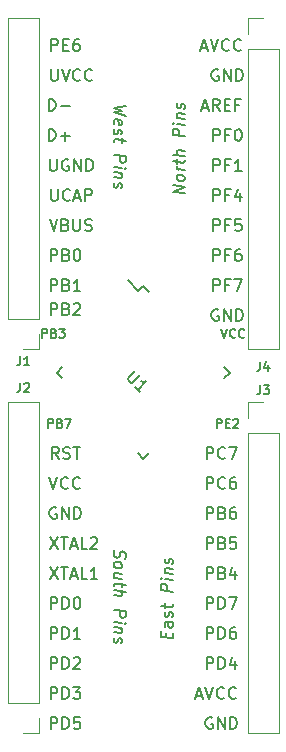
<source format=gbr>
G04 #@! TF.GenerationSoftware,KiCad,Pcbnew,5.1.3-ffb9f22~84~ubuntu18.04.1*
G04 #@! TF.CreationDate,2019-08-13T01:25:41-07:00*
G04 #@! TF.ProjectId,ATmega32U4breakout,41546d65-6761-4333-9255-34627265616b,rev?*
G04 #@! TF.SameCoordinates,Original*
G04 #@! TF.FileFunction,Legend,Top*
G04 #@! TF.FilePolarity,Positive*
%FSLAX46Y46*%
G04 Gerber Fmt 4.6, Leading zero omitted, Abs format (unit mm)*
G04 Created by KiCad (PCBNEW 5.1.3-ffb9f22~84~ubuntu18.04.1) date 2019-08-13 01:25:41*
%MOMM*%
%LPD*%
G04 APERTURE LIST*
%ADD10C,0.150000*%
%ADD11C,0.120000*%
G04 APERTURE END LIST*
D10*
X136580571Y-112587842D02*
X136580571Y-112254508D01*
X137104380Y-112177127D02*
X137104380Y-112653318D01*
X136104380Y-112528318D01*
X136104380Y-112052127D01*
X137104380Y-111319985D02*
X136580571Y-111254508D01*
X136485333Y-111290223D01*
X136437714Y-111379508D01*
X136437714Y-111569985D01*
X136485333Y-111671175D01*
X137056761Y-111314032D02*
X137104380Y-111415223D01*
X137104380Y-111653318D01*
X137056761Y-111742604D01*
X136961523Y-111778318D01*
X136866285Y-111766413D01*
X136771047Y-111706889D01*
X136723428Y-111605699D01*
X136723428Y-111367604D01*
X136675809Y-111266413D01*
X137056761Y-110885461D02*
X137104380Y-110796175D01*
X137104380Y-110605699D01*
X137056761Y-110504508D01*
X136961523Y-110444985D01*
X136913904Y-110439032D01*
X136818666Y-110474747D01*
X136771047Y-110564032D01*
X136771047Y-110706889D01*
X136723428Y-110796175D01*
X136628190Y-110831889D01*
X136580571Y-110825937D01*
X136485333Y-110766413D01*
X136437714Y-110665223D01*
X136437714Y-110522366D01*
X136485333Y-110433080D01*
X136437714Y-110093794D02*
X136437714Y-109712842D01*
X136104380Y-109909270D02*
X136961523Y-110016413D01*
X137056761Y-109980699D01*
X137104380Y-109891413D01*
X137104380Y-109796175D01*
X137104380Y-108700937D02*
X136104380Y-108575937D01*
X136104380Y-108194985D01*
X136152000Y-108105699D01*
X136199619Y-108064032D01*
X136294857Y-108028318D01*
X136437714Y-108046175D01*
X136532952Y-108105699D01*
X136580571Y-108159270D01*
X136628190Y-108260461D01*
X136628190Y-108641413D01*
X137104380Y-107700937D02*
X136437714Y-107617604D01*
X136104380Y-107575937D02*
X136152000Y-107629508D01*
X136199619Y-107587842D01*
X136152000Y-107534270D01*
X136104380Y-107575937D01*
X136199619Y-107587842D01*
X136437714Y-107141413D02*
X137104380Y-107224747D01*
X136532952Y-107153318D02*
X136485333Y-107099747D01*
X136437714Y-106998556D01*
X136437714Y-106855699D01*
X136485333Y-106766413D01*
X136580571Y-106730699D01*
X137104380Y-106796175D01*
X137056761Y-106361651D02*
X137104380Y-106272366D01*
X137104380Y-106081889D01*
X137056761Y-105980699D01*
X136961523Y-105921175D01*
X136913904Y-105915223D01*
X136818666Y-105950937D01*
X136771047Y-106040223D01*
X136771047Y-106183080D01*
X136723428Y-106272366D01*
X136628190Y-106308080D01*
X136580571Y-106302127D01*
X136485333Y-106242604D01*
X136437714Y-106141413D01*
X136437714Y-105998556D01*
X136485333Y-105909270D01*
X132183238Y-105221205D02*
X132135619Y-105358110D01*
X132135619Y-105596205D01*
X132183238Y-105697395D01*
X132230857Y-105750967D01*
X132326095Y-105810491D01*
X132421333Y-105822395D01*
X132516571Y-105786681D01*
X132564190Y-105745014D01*
X132611809Y-105655729D01*
X132659428Y-105471205D01*
X132707047Y-105381919D01*
X132754666Y-105340252D01*
X132849904Y-105304538D01*
X132945142Y-105316443D01*
X133040380Y-105375967D01*
X133088000Y-105429538D01*
X133135619Y-105530729D01*
X133135619Y-105768824D01*
X133088000Y-105905729D01*
X132135619Y-106358110D02*
X132183238Y-106268824D01*
X132230857Y-106227157D01*
X132326095Y-106191443D01*
X132611809Y-106227157D01*
X132707047Y-106286681D01*
X132754666Y-106340252D01*
X132802285Y-106441443D01*
X132802285Y-106584300D01*
X132754666Y-106673586D01*
X132707047Y-106715252D01*
X132611809Y-106750967D01*
X132326095Y-106715252D01*
X132230857Y-106655729D01*
X132183238Y-106602157D01*
X132135619Y-106500967D01*
X132135619Y-106358110D01*
X132802285Y-107631919D02*
X132135619Y-107548586D01*
X132802285Y-107203348D02*
X132278476Y-107137872D01*
X132183238Y-107173586D01*
X132135619Y-107262872D01*
X132135619Y-107405729D01*
X132183238Y-107506919D01*
X132230857Y-107560491D01*
X132802285Y-107965252D02*
X132802285Y-108346205D01*
X133135619Y-108149776D02*
X132278476Y-108042633D01*
X132183238Y-108078348D01*
X132135619Y-108167633D01*
X132135619Y-108262872D01*
X132135619Y-108596205D02*
X133135619Y-108721205D01*
X132135619Y-109024776D02*
X132659428Y-109090252D01*
X132754666Y-109054538D01*
X132802285Y-108965252D01*
X132802285Y-108822395D01*
X132754666Y-108721205D01*
X132707047Y-108667633D01*
X132135619Y-110262872D02*
X133135619Y-110387872D01*
X133135619Y-110768824D01*
X133088000Y-110858110D01*
X133040380Y-110899776D01*
X132945142Y-110935491D01*
X132802285Y-110917633D01*
X132707047Y-110858110D01*
X132659428Y-110804538D01*
X132611809Y-110703348D01*
X132611809Y-110322395D01*
X132135619Y-111262872D02*
X132802285Y-111346205D01*
X133135619Y-111387872D02*
X133088000Y-111334300D01*
X133040380Y-111375967D01*
X133088000Y-111429538D01*
X133135619Y-111387872D01*
X133040380Y-111375967D01*
X132802285Y-111822395D02*
X132135619Y-111739062D01*
X132707047Y-111810491D02*
X132754666Y-111864062D01*
X132802285Y-111965252D01*
X132802285Y-112108110D01*
X132754666Y-112197395D01*
X132659428Y-112233110D01*
X132135619Y-112167633D01*
X132183238Y-112602157D02*
X132135619Y-112691443D01*
X132135619Y-112881919D01*
X132183238Y-112983110D01*
X132278476Y-113042633D01*
X132326095Y-113048586D01*
X132421333Y-113012872D01*
X132468952Y-112923586D01*
X132468952Y-112780729D01*
X132516571Y-112691443D01*
X132611809Y-112655729D01*
X132659428Y-112661681D01*
X132754666Y-112721205D01*
X132802285Y-112822395D01*
X132802285Y-112965252D01*
X132754666Y-113054538D01*
X126579428Y-94827285D02*
X126579428Y-94077285D01*
X126865142Y-94077285D01*
X126936571Y-94113000D01*
X126972285Y-94148714D01*
X127008000Y-94220142D01*
X127008000Y-94327285D01*
X126972285Y-94398714D01*
X126936571Y-94434428D01*
X126865142Y-94470142D01*
X126579428Y-94470142D01*
X127579428Y-94434428D02*
X127686571Y-94470142D01*
X127722285Y-94505857D01*
X127758000Y-94577285D01*
X127758000Y-94684428D01*
X127722285Y-94755857D01*
X127686571Y-94791571D01*
X127615142Y-94827285D01*
X127329428Y-94827285D01*
X127329428Y-94077285D01*
X127579428Y-94077285D01*
X127650857Y-94113000D01*
X127686571Y-94148714D01*
X127722285Y-94220142D01*
X127722285Y-94291571D01*
X127686571Y-94363000D01*
X127650857Y-94398714D01*
X127579428Y-94434428D01*
X127329428Y-94434428D01*
X128008000Y-94077285D02*
X128508000Y-94077285D01*
X128186571Y-94827285D01*
X127468380Y-97480380D02*
X127135047Y-97004190D01*
X126896952Y-97480380D02*
X126896952Y-96480380D01*
X127277904Y-96480380D01*
X127373142Y-96528000D01*
X127420761Y-96575619D01*
X127468380Y-96670857D01*
X127468380Y-96813714D01*
X127420761Y-96908952D01*
X127373142Y-96956571D01*
X127277904Y-97004190D01*
X126896952Y-97004190D01*
X127849333Y-97432761D02*
X127992190Y-97480380D01*
X128230285Y-97480380D01*
X128325523Y-97432761D01*
X128373142Y-97385142D01*
X128420761Y-97289904D01*
X128420761Y-97194666D01*
X128373142Y-97099428D01*
X128325523Y-97051809D01*
X128230285Y-97004190D01*
X128039809Y-96956571D01*
X127944571Y-96908952D01*
X127896952Y-96861333D01*
X127849333Y-96766095D01*
X127849333Y-96670857D01*
X127896952Y-96575619D01*
X127944571Y-96528000D01*
X128039809Y-96480380D01*
X128277904Y-96480380D01*
X128420761Y-96528000D01*
X128706476Y-96480380D02*
X129277904Y-96480380D01*
X128992190Y-97480380D02*
X128992190Y-96480380D01*
X126682666Y-99020380D02*
X127016000Y-100020380D01*
X127349333Y-99020380D01*
X128254095Y-99925142D02*
X128206476Y-99972761D01*
X128063619Y-100020380D01*
X127968380Y-100020380D01*
X127825523Y-99972761D01*
X127730285Y-99877523D01*
X127682666Y-99782285D01*
X127635047Y-99591809D01*
X127635047Y-99448952D01*
X127682666Y-99258476D01*
X127730285Y-99163238D01*
X127825523Y-99068000D01*
X127968380Y-99020380D01*
X128063619Y-99020380D01*
X128206476Y-99068000D01*
X128254095Y-99115619D01*
X129254095Y-99925142D02*
X129206476Y-99972761D01*
X129063619Y-100020380D01*
X128968380Y-100020380D01*
X128825523Y-99972761D01*
X128730285Y-99877523D01*
X128682666Y-99782285D01*
X128635047Y-99591809D01*
X128635047Y-99448952D01*
X128682666Y-99258476D01*
X128730285Y-99163238D01*
X128825523Y-99068000D01*
X128968380Y-99020380D01*
X129063619Y-99020380D01*
X129206476Y-99068000D01*
X129254095Y-99115619D01*
X127254095Y-101608000D02*
X127158857Y-101560380D01*
X127016000Y-101560380D01*
X126873142Y-101608000D01*
X126777904Y-101703238D01*
X126730285Y-101798476D01*
X126682666Y-101988952D01*
X126682666Y-102131809D01*
X126730285Y-102322285D01*
X126777904Y-102417523D01*
X126873142Y-102512761D01*
X127016000Y-102560380D01*
X127111238Y-102560380D01*
X127254095Y-102512761D01*
X127301714Y-102465142D01*
X127301714Y-102131809D01*
X127111238Y-102131809D01*
X127730285Y-102560380D02*
X127730285Y-101560380D01*
X128301714Y-102560380D01*
X128301714Y-101560380D01*
X128777904Y-102560380D02*
X128777904Y-101560380D01*
X129016000Y-101560380D01*
X129158857Y-101608000D01*
X129254095Y-101703238D01*
X129301714Y-101798476D01*
X129349333Y-101988952D01*
X129349333Y-102131809D01*
X129301714Y-102322285D01*
X129254095Y-102417523D01*
X129158857Y-102512761D01*
X129016000Y-102560380D01*
X128777904Y-102560380D01*
X126732357Y-104100380D02*
X127399023Y-105100380D01*
X127399023Y-104100380D02*
X126732357Y-105100380D01*
X127637119Y-104100380D02*
X128208547Y-104100380D01*
X127922833Y-105100380D02*
X127922833Y-104100380D01*
X128494261Y-104814666D02*
X128970452Y-104814666D01*
X128399023Y-105100380D02*
X128732357Y-104100380D01*
X129065690Y-105100380D01*
X129875214Y-105100380D02*
X129399023Y-105100380D01*
X129399023Y-104100380D01*
X130160928Y-104195619D02*
X130208547Y-104148000D01*
X130303785Y-104100380D01*
X130541880Y-104100380D01*
X130637119Y-104148000D01*
X130684738Y-104195619D01*
X130732357Y-104290857D01*
X130732357Y-104386095D01*
X130684738Y-104528952D01*
X130113309Y-105100380D01*
X130732357Y-105100380D01*
X126732357Y-106640380D02*
X127399023Y-107640380D01*
X127399023Y-106640380D02*
X126732357Y-107640380D01*
X127637119Y-106640380D02*
X128208547Y-106640380D01*
X127922833Y-107640380D02*
X127922833Y-106640380D01*
X128494261Y-107354666D02*
X128970452Y-107354666D01*
X128399023Y-107640380D02*
X128732357Y-106640380D01*
X129065690Y-107640380D01*
X129875214Y-107640380D02*
X129399023Y-107640380D01*
X129399023Y-106640380D01*
X130732357Y-107640380D02*
X130160928Y-107640380D01*
X130446642Y-107640380D02*
X130446642Y-106640380D01*
X130351404Y-106783238D01*
X130256166Y-106878476D01*
X130160928Y-106926095D01*
X126777904Y-115260380D02*
X126777904Y-114260380D01*
X127158857Y-114260380D01*
X127254095Y-114308000D01*
X127301714Y-114355619D01*
X127349333Y-114450857D01*
X127349333Y-114593714D01*
X127301714Y-114688952D01*
X127254095Y-114736571D01*
X127158857Y-114784190D01*
X126777904Y-114784190D01*
X127777904Y-115260380D02*
X127777904Y-114260380D01*
X128016000Y-114260380D01*
X128158857Y-114308000D01*
X128254095Y-114403238D01*
X128301714Y-114498476D01*
X128349333Y-114688952D01*
X128349333Y-114831809D01*
X128301714Y-115022285D01*
X128254095Y-115117523D01*
X128158857Y-115212761D01*
X128016000Y-115260380D01*
X127777904Y-115260380D01*
X128730285Y-114355619D02*
X128777904Y-114308000D01*
X128873142Y-114260380D01*
X129111238Y-114260380D01*
X129206476Y-114308000D01*
X129254095Y-114355619D01*
X129301714Y-114450857D01*
X129301714Y-114546095D01*
X129254095Y-114688952D01*
X128682666Y-115260380D01*
X129301714Y-115260380D01*
X126777904Y-110180380D02*
X126777904Y-109180380D01*
X127158857Y-109180380D01*
X127254095Y-109228000D01*
X127301714Y-109275619D01*
X127349333Y-109370857D01*
X127349333Y-109513714D01*
X127301714Y-109608952D01*
X127254095Y-109656571D01*
X127158857Y-109704190D01*
X126777904Y-109704190D01*
X127777904Y-110180380D02*
X127777904Y-109180380D01*
X128016000Y-109180380D01*
X128158857Y-109228000D01*
X128254095Y-109323238D01*
X128301714Y-109418476D01*
X128349333Y-109608952D01*
X128349333Y-109751809D01*
X128301714Y-109942285D01*
X128254095Y-110037523D01*
X128158857Y-110132761D01*
X128016000Y-110180380D01*
X127777904Y-110180380D01*
X128968380Y-109180380D02*
X129063619Y-109180380D01*
X129158857Y-109228000D01*
X129206476Y-109275619D01*
X129254095Y-109370857D01*
X129301714Y-109561333D01*
X129301714Y-109799428D01*
X129254095Y-109989904D01*
X129206476Y-110085142D01*
X129158857Y-110132761D01*
X129063619Y-110180380D01*
X128968380Y-110180380D01*
X128873142Y-110132761D01*
X128825523Y-110085142D01*
X128777904Y-109989904D01*
X128730285Y-109799428D01*
X128730285Y-109561333D01*
X128777904Y-109370857D01*
X128825523Y-109275619D01*
X128873142Y-109228000D01*
X128968380Y-109180380D01*
X126777904Y-112720380D02*
X126777904Y-111720380D01*
X127158857Y-111720380D01*
X127254095Y-111768000D01*
X127301714Y-111815619D01*
X127349333Y-111910857D01*
X127349333Y-112053714D01*
X127301714Y-112148952D01*
X127254095Y-112196571D01*
X127158857Y-112244190D01*
X126777904Y-112244190D01*
X127777904Y-112720380D02*
X127777904Y-111720380D01*
X128016000Y-111720380D01*
X128158857Y-111768000D01*
X128254095Y-111863238D01*
X128301714Y-111958476D01*
X128349333Y-112148952D01*
X128349333Y-112291809D01*
X128301714Y-112482285D01*
X128254095Y-112577523D01*
X128158857Y-112672761D01*
X128016000Y-112720380D01*
X127777904Y-112720380D01*
X129301714Y-112720380D02*
X128730285Y-112720380D01*
X129016000Y-112720380D02*
X129016000Y-111720380D01*
X128920761Y-111863238D01*
X128825523Y-111958476D01*
X128730285Y-112006095D01*
X126777904Y-117800380D02*
X126777904Y-116800380D01*
X127158857Y-116800380D01*
X127254095Y-116848000D01*
X127301714Y-116895619D01*
X127349333Y-116990857D01*
X127349333Y-117133714D01*
X127301714Y-117228952D01*
X127254095Y-117276571D01*
X127158857Y-117324190D01*
X126777904Y-117324190D01*
X127777904Y-117800380D02*
X127777904Y-116800380D01*
X128016000Y-116800380D01*
X128158857Y-116848000D01*
X128254095Y-116943238D01*
X128301714Y-117038476D01*
X128349333Y-117228952D01*
X128349333Y-117371809D01*
X128301714Y-117562285D01*
X128254095Y-117657523D01*
X128158857Y-117752761D01*
X128016000Y-117800380D01*
X127777904Y-117800380D01*
X128682666Y-116800380D02*
X129301714Y-116800380D01*
X128968380Y-117181333D01*
X129111238Y-117181333D01*
X129206476Y-117228952D01*
X129254095Y-117276571D01*
X129301714Y-117371809D01*
X129301714Y-117609904D01*
X129254095Y-117705142D01*
X129206476Y-117752761D01*
X129111238Y-117800380D01*
X128825523Y-117800380D01*
X128730285Y-117752761D01*
X128682666Y-117705142D01*
X126777904Y-120340380D02*
X126777904Y-119340380D01*
X127158857Y-119340380D01*
X127254095Y-119388000D01*
X127301714Y-119435619D01*
X127349333Y-119530857D01*
X127349333Y-119673714D01*
X127301714Y-119768952D01*
X127254095Y-119816571D01*
X127158857Y-119864190D01*
X126777904Y-119864190D01*
X127777904Y-120340380D02*
X127777904Y-119340380D01*
X128016000Y-119340380D01*
X128158857Y-119388000D01*
X128254095Y-119483238D01*
X128301714Y-119578476D01*
X128349333Y-119768952D01*
X128349333Y-119911809D01*
X128301714Y-120102285D01*
X128254095Y-120197523D01*
X128158857Y-120292761D01*
X128016000Y-120340380D01*
X127777904Y-120340380D01*
X129254095Y-119340380D02*
X128777904Y-119340380D01*
X128730285Y-119816571D01*
X128777904Y-119768952D01*
X128873142Y-119721333D01*
X129111238Y-119721333D01*
X129206476Y-119768952D01*
X129254095Y-119816571D01*
X129301714Y-119911809D01*
X129301714Y-120149904D01*
X129254095Y-120245142D01*
X129206476Y-120292761D01*
X129111238Y-120340380D01*
X128873142Y-120340380D01*
X128777904Y-120292761D01*
X128730285Y-120245142D01*
X140839142Y-94827285D02*
X140839142Y-94077285D01*
X141124857Y-94077285D01*
X141196285Y-94113000D01*
X141232000Y-94148714D01*
X141267714Y-94220142D01*
X141267714Y-94327285D01*
X141232000Y-94398714D01*
X141196285Y-94434428D01*
X141124857Y-94470142D01*
X140839142Y-94470142D01*
X141589142Y-94434428D02*
X141839142Y-94434428D01*
X141946285Y-94827285D02*
X141589142Y-94827285D01*
X141589142Y-94077285D01*
X141946285Y-94077285D01*
X142232000Y-94148714D02*
X142267714Y-94113000D01*
X142339142Y-94077285D01*
X142517714Y-94077285D01*
X142589142Y-94113000D01*
X142624857Y-94148714D01*
X142660571Y-94220142D01*
X142660571Y-94291571D01*
X142624857Y-94398714D01*
X142196285Y-94827285D01*
X142660571Y-94827285D01*
X139985904Y-97480380D02*
X139985904Y-96480380D01*
X140366857Y-96480380D01*
X140462095Y-96528000D01*
X140509714Y-96575619D01*
X140557333Y-96670857D01*
X140557333Y-96813714D01*
X140509714Y-96908952D01*
X140462095Y-96956571D01*
X140366857Y-97004190D01*
X139985904Y-97004190D01*
X141557333Y-97385142D02*
X141509714Y-97432761D01*
X141366857Y-97480380D01*
X141271619Y-97480380D01*
X141128761Y-97432761D01*
X141033523Y-97337523D01*
X140985904Y-97242285D01*
X140938285Y-97051809D01*
X140938285Y-96908952D01*
X140985904Y-96718476D01*
X141033523Y-96623238D01*
X141128761Y-96528000D01*
X141271619Y-96480380D01*
X141366857Y-96480380D01*
X141509714Y-96528000D01*
X141557333Y-96575619D01*
X141890666Y-96480380D02*
X142557333Y-96480380D01*
X142128761Y-97480380D01*
X139985904Y-100020380D02*
X139985904Y-99020380D01*
X140366857Y-99020380D01*
X140462095Y-99068000D01*
X140509714Y-99115619D01*
X140557333Y-99210857D01*
X140557333Y-99353714D01*
X140509714Y-99448952D01*
X140462095Y-99496571D01*
X140366857Y-99544190D01*
X139985904Y-99544190D01*
X141557333Y-99925142D02*
X141509714Y-99972761D01*
X141366857Y-100020380D01*
X141271619Y-100020380D01*
X141128761Y-99972761D01*
X141033523Y-99877523D01*
X140985904Y-99782285D01*
X140938285Y-99591809D01*
X140938285Y-99448952D01*
X140985904Y-99258476D01*
X141033523Y-99163238D01*
X141128761Y-99068000D01*
X141271619Y-99020380D01*
X141366857Y-99020380D01*
X141509714Y-99068000D01*
X141557333Y-99115619D01*
X142414476Y-99020380D02*
X142224000Y-99020380D01*
X142128761Y-99068000D01*
X142081142Y-99115619D01*
X141985904Y-99258476D01*
X141938285Y-99448952D01*
X141938285Y-99829904D01*
X141985904Y-99925142D01*
X142033523Y-99972761D01*
X142128761Y-100020380D01*
X142319238Y-100020380D01*
X142414476Y-99972761D01*
X142462095Y-99925142D01*
X142509714Y-99829904D01*
X142509714Y-99591809D01*
X142462095Y-99496571D01*
X142414476Y-99448952D01*
X142319238Y-99401333D01*
X142128761Y-99401333D01*
X142033523Y-99448952D01*
X141985904Y-99496571D01*
X141938285Y-99591809D01*
X139985904Y-102560380D02*
X139985904Y-101560380D01*
X140366857Y-101560380D01*
X140462095Y-101608000D01*
X140509714Y-101655619D01*
X140557333Y-101750857D01*
X140557333Y-101893714D01*
X140509714Y-101988952D01*
X140462095Y-102036571D01*
X140366857Y-102084190D01*
X139985904Y-102084190D01*
X141319238Y-102036571D02*
X141462095Y-102084190D01*
X141509714Y-102131809D01*
X141557333Y-102227047D01*
X141557333Y-102369904D01*
X141509714Y-102465142D01*
X141462095Y-102512761D01*
X141366857Y-102560380D01*
X140985904Y-102560380D01*
X140985904Y-101560380D01*
X141319238Y-101560380D01*
X141414476Y-101608000D01*
X141462095Y-101655619D01*
X141509714Y-101750857D01*
X141509714Y-101846095D01*
X141462095Y-101941333D01*
X141414476Y-101988952D01*
X141319238Y-102036571D01*
X140985904Y-102036571D01*
X142414476Y-101560380D02*
X142224000Y-101560380D01*
X142128761Y-101608000D01*
X142081142Y-101655619D01*
X141985904Y-101798476D01*
X141938285Y-101988952D01*
X141938285Y-102369904D01*
X141985904Y-102465142D01*
X142033523Y-102512761D01*
X142128761Y-102560380D01*
X142319238Y-102560380D01*
X142414476Y-102512761D01*
X142462095Y-102465142D01*
X142509714Y-102369904D01*
X142509714Y-102131809D01*
X142462095Y-102036571D01*
X142414476Y-101988952D01*
X142319238Y-101941333D01*
X142128761Y-101941333D01*
X142033523Y-101988952D01*
X141985904Y-102036571D01*
X141938285Y-102131809D01*
X139985904Y-105100380D02*
X139985904Y-104100380D01*
X140366857Y-104100380D01*
X140462095Y-104148000D01*
X140509714Y-104195619D01*
X140557333Y-104290857D01*
X140557333Y-104433714D01*
X140509714Y-104528952D01*
X140462095Y-104576571D01*
X140366857Y-104624190D01*
X139985904Y-104624190D01*
X141319238Y-104576571D02*
X141462095Y-104624190D01*
X141509714Y-104671809D01*
X141557333Y-104767047D01*
X141557333Y-104909904D01*
X141509714Y-105005142D01*
X141462095Y-105052761D01*
X141366857Y-105100380D01*
X140985904Y-105100380D01*
X140985904Y-104100380D01*
X141319238Y-104100380D01*
X141414476Y-104148000D01*
X141462095Y-104195619D01*
X141509714Y-104290857D01*
X141509714Y-104386095D01*
X141462095Y-104481333D01*
X141414476Y-104528952D01*
X141319238Y-104576571D01*
X140985904Y-104576571D01*
X142462095Y-104100380D02*
X141985904Y-104100380D01*
X141938285Y-104576571D01*
X141985904Y-104528952D01*
X142081142Y-104481333D01*
X142319238Y-104481333D01*
X142414476Y-104528952D01*
X142462095Y-104576571D01*
X142509714Y-104671809D01*
X142509714Y-104909904D01*
X142462095Y-105005142D01*
X142414476Y-105052761D01*
X142319238Y-105100380D01*
X142081142Y-105100380D01*
X141985904Y-105052761D01*
X141938285Y-105005142D01*
X139985904Y-107640380D02*
X139985904Y-106640380D01*
X140366857Y-106640380D01*
X140462095Y-106688000D01*
X140509714Y-106735619D01*
X140557333Y-106830857D01*
X140557333Y-106973714D01*
X140509714Y-107068952D01*
X140462095Y-107116571D01*
X140366857Y-107164190D01*
X139985904Y-107164190D01*
X141319238Y-107116571D02*
X141462095Y-107164190D01*
X141509714Y-107211809D01*
X141557333Y-107307047D01*
X141557333Y-107449904D01*
X141509714Y-107545142D01*
X141462095Y-107592761D01*
X141366857Y-107640380D01*
X140985904Y-107640380D01*
X140985904Y-106640380D01*
X141319238Y-106640380D01*
X141414476Y-106688000D01*
X141462095Y-106735619D01*
X141509714Y-106830857D01*
X141509714Y-106926095D01*
X141462095Y-107021333D01*
X141414476Y-107068952D01*
X141319238Y-107116571D01*
X140985904Y-107116571D01*
X142414476Y-106973714D02*
X142414476Y-107640380D01*
X142176380Y-106592761D02*
X141938285Y-107307047D01*
X142557333Y-107307047D01*
X139985904Y-110180380D02*
X139985904Y-109180380D01*
X140366857Y-109180380D01*
X140462095Y-109228000D01*
X140509714Y-109275619D01*
X140557333Y-109370857D01*
X140557333Y-109513714D01*
X140509714Y-109608952D01*
X140462095Y-109656571D01*
X140366857Y-109704190D01*
X139985904Y-109704190D01*
X140985904Y-110180380D02*
X140985904Y-109180380D01*
X141224000Y-109180380D01*
X141366857Y-109228000D01*
X141462095Y-109323238D01*
X141509714Y-109418476D01*
X141557333Y-109608952D01*
X141557333Y-109751809D01*
X141509714Y-109942285D01*
X141462095Y-110037523D01*
X141366857Y-110132761D01*
X141224000Y-110180380D01*
X140985904Y-110180380D01*
X141890666Y-109180380D02*
X142557333Y-109180380D01*
X142128761Y-110180380D01*
X139985904Y-112720380D02*
X139985904Y-111720380D01*
X140366857Y-111720380D01*
X140462095Y-111768000D01*
X140509714Y-111815619D01*
X140557333Y-111910857D01*
X140557333Y-112053714D01*
X140509714Y-112148952D01*
X140462095Y-112196571D01*
X140366857Y-112244190D01*
X139985904Y-112244190D01*
X140985904Y-112720380D02*
X140985904Y-111720380D01*
X141224000Y-111720380D01*
X141366857Y-111768000D01*
X141462095Y-111863238D01*
X141509714Y-111958476D01*
X141557333Y-112148952D01*
X141557333Y-112291809D01*
X141509714Y-112482285D01*
X141462095Y-112577523D01*
X141366857Y-112672761D01*
X141224000Y-112720380D01*
X140985904Y-112720380D01*
X142414476Y-111720380D02*
X142224000Y-111720380D01*
X142128761Y-111768000D01*
X142081142Y-111815619D01*
X141985904Y-111958476D01*
X141938285Y-112148952D01*
X141938285Y-112529904D01*
X141985904Y-112625142D01*
X142033523Y-112672761D01*
X142128761Y-112720380D01*
X142319238Y-112720380D01*
X142414476Y-112672761D01*
X142462095Y-112625142D01*
X142509714Y-112529904D01*
X142509714Y-112291809D01*
X142462095Y-112196571D01*
X142414476Y-112148952D01*
X142319238Y-112101333D01*
X142128761Y-112101333D01*
X142033523Y-112148952D01*
X141985904Y-112196571D01*
X141938285Y-112291809D01*
X139985904Y-115260380D02*
X139985904Y-114260380D01*
X140366857Y-114260380D01*
X140462095Y-114308000D01*
X140509714Y-114355619D01*
X140557333Y-114450857D01*
X140557333Y-114593714D01*
X140509714Y-114688952D01*
X140462095Y-114736571D01*
X140366857Y-114784190D01*
X139985904Y-114784190D01*
X140985904Y-115260380D02*
X140985904Y-114260380D01*
X141224000Y-114260380D01*
X141366857Y-114308000D01*
X141462095Y-114403238D01*
X141509714Y-114498476D01*
X141557333Y-114688952D01*
X141557333Y-114831809D01*
X141509714Y-115022285D01*
X141462095Y-115117523D01*
X141366857Y-115212761D01*
X141224000Y-115260380D01*
X140985904Y-115260380D01*
X142414476Y-114593714D02*
X142414476Y-115260380D01*
X142176380Y-114212761D02*
X141938285Y-114927047D01*
X142557333Y-114927047D01*
X139126690Y-117514666D02*
X139602880Y-117514666D01*
X139031452Y-117800380D02*
X139364785Y-116800380D01*
X139698119Y-117800380D01*
X139888595Y-116800380D02*
X140221928Y-117800380D01*
X140555261Y-116800380D01*
X141460023Y-117705142D02*
X141412404Y-117752761D01*
X141269547Y-117800380D01*
X141174309Y-117800380D01*
X141031452Y-117752761D01*
X140936214Y-117657523D01*
X140888595Y-117562285D01*
X140840976Y-117371809D01*
X140840976Y-117228952D01*
X140888595Y-117038476D01*
X140936214Y-116943238D01*
X141031452Y-116848000D01*
X141174309Y-116800380D01*
X141269547Y-116800380D01*
X141412404Y-116848000D01*
X141460023Y-116895619D01*
X142460023Y-117705142D02*
X142412404Y-117752761D01*
X142269547Y-117800380D01*
X142174309Y-117800380D01*
X142031452Y-117752761D01*
X141936214Y-117657523D01*
X141888595Y-117562285D01*
X141840976Y-117371809D01*
X141840976Y-117228952D01*
X141888595Y-117038476D01*
X141936214Y-116943238D01*
X142031452Y-116848000D01*
X142174309Y-116800380D01*
X142269547Y-116800380D01*
X142412404Y-116848000D01*
X142460023Y-116895619D01*
X140462095Y-119388000D02*
X140366857Y-119340380D01*
X140224000Y-119340380D01*
X140081142Y-119388000D01*
X139985904Y-119483238D01*
X139938285Y-119578476D01*
X139890666Y-119768952D01*
X139890666Y-119911809D01*
X139938285Y-120102285D01*
X139985904Y-120197523D01*
X140081142Y-120292761D01*
X140224000Y-120340380D01*
X140319238Y-120340380D01*
X140462095Y-120292761D01*
X140509714Y-120245142D01*
X140509714Y-119911809D01*
X140319238Y-119911809D01*
X140938285Y-120340380D02*
X140938285Y-119340380D01*
X141509714Y-120340380D01*
X141509714Y-119340380D01*
X141985904Y-120340380D02*
X141985904Y-119340380D01*
X142224000Y-119340380D01*
X142366857Y-119388000D01*
X142462095Y-119483238D01*
X142509714Y-119578476D01*
X142557333Y-119768952D01*
X142557333Y-119911809D01*
X142509714Y-120102285D01*
X142462095Y-120197523D01*
X142366857Y-120292761D01*
X142224000Y-120340380D01*
X141985904Y-120340380D01*
X138120380Y-74981889D02*
X137120380Y-74856889D01*
X138120380Y-74410461D01*
X137120380Y-74285461D01*
X138120380Y-73791413D02*
X138072761Y-73880699D01*
X138025142Y-73922366D01*
X137929904Y-73958080D01*
X137644190Y-73922366D01*
X137548952Y-73862842D01*
X137501333Y-73809270D01*
X137453714Y-73708080D01*
X137453714Y-73565223D01*
X137501333Y-73475937D01*
X137548952Y-73434270D01*
X137644190Y-73398556D01*
X137929904Y-73434270D01*
X138025142Y-73493794D01*
X138072761Y-73547366D01*
X138120380Y-73648556D01*
X138120380Y-73791413D01*
X138120380Y-73029508D02*
X137453714Y-72946175D01*
X137644190Y-72969985D02*
X137548952Y-72910461D01*
X137501333Y-72856889D01*
X137453714Y-72755699D01*
X137453714Y-72660461D01*
X137453714Y-72469985D02*
X137453714Y-72089032D01*
X137120380Y-72285461D02*
X137977523Y-72392604D01*
X138072761Y-72356889D01*
X138120380Y-72267604D01*
X138120380Y-72172366D01*
X138120380Y-71839032D02*
X137120380Y-71714032D01*
X138120380Y-71410461D02*
X137596571Y-71344985D01*
X137501333Y-71380699D01*
X137453714Y-71469985D01*
X137453714Y-71612842D01*
X137501333Y-71714032D01*
X137548952Y-71767604D01*
X138120380Y-70172366D02*
X137120380Y-70047366D01*
X137120380Y-69666413D01*
X137168000Y-69577127D01*
X137215619Y-69535461D01*
X137310857Y-69499747D01*
X137453714Y-69517604D01*
X137548952Y-69577127D01*
X137596571Y-69630699D01*
X137644190Y-69731889D01*
X137644190Y-70112842D01*
X138120380Y-69172366D02*
X137453714Y-69089032D01*
X137120380Y-69047366D02*
X137168000Y-69100937D01*
X137215619Y-69059270D01*
X137168000Y-69005699D01*
X137120380Y-69047366D01*
X137215619Y-69059270D01*
X137453714Y-68612842D02*
X138120380Y-68696175D01*
X137548952Y-68624747D02*
X137501333Y-68571175D01*
X137453714Y-68469985D01*
X137453714Y-68327127D01*
X137501333Y-68237842D01*
X137596571Y-68202127D01*
X138120380Y-68267604D01*
X138072761Y-67833080D02*
X138120380Y-67743794D01*
X138120380Y-67553318D01*
X138072761Y-67452127D01*
X137977523Y-67392604D01*
X137929904Y-67386651D01*
X137834666Y-67422366D01*
X137787047Y-67511651D01*
X137787047Y-67654508D01*
X137739428Y-67743794D01*
X137644190Y-67779508D01*
X137596571Y-67773556D01*
X137501333Y-67714032D01*
X137453714Y-67612842D01*
X137453714Y-67469985D01*
X137501333Y-67380699D01*
X133135619Y-67621205D02*
X132135619Y-67734300D01*
X132849904Y-68014062D01*
X132135619Y-68115252D01*
X133135619Y-68478348D01*
X132183238Y-69121205D02*
X132135619Y-69020014D01*
X132135619Y-68829538D01*
X132183238Y-68740252D01*
X132278476Y-68704538D01*
X132659428Y-68752157D01*
X132754666Y-68811681D01*
X132802285Y-68912872D01*
X132802285Y-69103348D01*
X132754666Y-69192633D01*
X132659428Y-69228348D01*
X132564190Y-69216443D01*
X132468952Y-68728348D01*
X132183238Y-69549776D02*
X132135619Y-69639062D01*
X132135619Y-69829538D01*
X132183238Y-69930729D01*
X132278476Y-69990252D01*
X132326095Y-69996205D01*
X132421333Y-69960491D01*
X132468952Y-69871205D01*
X132468952Y-69728348D01*
X132516571Y-69639062D01*
X132611809Y-69603348D01*
X132659428Y-69609300D01*
X132754666Y-69668824D01*
X132802285Y-69770014D01*
X132802285Y-69912872D01*
X132754666Y-70002157D01*
X132802285Y-70341443D02*
X132802285Y-70722395D01*
X133135619Y-70525967D02*
X132278476Y-70418824D01*
X132183238Y-70454538D01*
X132135619Y-70543824D01*
X132135619Y-70639062D01*
X132135619Y-71734300D02*
X133135619Y-71859300D01*
X133135619Y-72240252D01*
X133088000Y-72329538D01*
X133040380Y-72371205D01*
X132945142Y-72406919D01*
X132802285Y-72389062D01*
X132707047Y-72329538D01*
X132659428Y-72275967D01*
X132611809Y-72174776D01*
X132611809Y-71793824D01*
X132135619Y-72734300D02*
X132802285Y-72817633D01*
X133135619Y-72859300D02*
X133088000Y-72805729D01*
X133040380Y-72847395D01*
X133088000Y-72900967D01*
X133135619Y-72859300D01*
X133040380Y-72847395D01*
X132802285Y-73293824D02*
X132135619Y-73210491D01*
X132707047Y-73281919D02*
X132754666Y-73335491D01*
X132802285Y-73436681D01*
X132802285Y-73579538D01*
X132754666Y-73668824D01*
X132659428Y-73704538D01*
X132135619Y-73639062D01*
X132183238Y-74073586D02*
X132135619Y-74162872D01*
X132135619Y-74353348D01*
X132183238Y-74454538D01*
X132278476Y-74514062D01*
X132326095Y-74520014D01*
X132421333Y-74484300D01*
X132468952Y-74395014D01*
X132468952Y-74252157D01*
X132516571Y-74162872D01*
X132611809Y-74127157D01*
X132659428Y-74133110D01*
X132754666Y-74192633D01*
X132802285Y-74293824D01*
X132802285Y-74436681D01*
X132754666Y-74525967D01*
X141240000Y-86457285D02*
X141490000Y-87207285D01*
X141740000Y-86457285D01*
X142418571Y-87135857D02*
X142382857Y-87171571D01*
X142275714Y-87207285D01*
X142204285Y-87207285D01*
X142097142Y-87171571D01*
X142025714Y-87100142D01*
X141990000Y-87028714D01*
X141954285Y-86885857D01*
X141954285Y-86778714D01*
X141990000Y-86635857D01*
X142025714Y-86564428D01*
X142097142Y-86493000D01*
X142204285Y-86457285D01*
X142275714Y-86457285D01*
X142382857Y-86493000D01*
X142418571Y-86528714D01*
X143168571Y-87135857D02*
X143132857Y-87171571D01*
X143025714Y-87207285D01*
X142954285Y-87207285D01*
X142847142Y-87171571D01*
X142775714Y-87100142D01*
X142740000Y-87028714D01*
X142704285Y-86885857D01*
X142704285Y-86778714D01*
X142740000Y-86635857D01*
X142775714Y-86564428D01*
X142847142Y-86493000D01*
X142954285Y-86457285D01*
X143025714Y-86457285D01*
X143132857Y-86493000D01*
X143168571Y-86528714D01*
X140970095Y-84844000D02*
X140874857Y-84796380D01*
X140732000Y-84796380D01*
X140589142Y-84844000D01*
X140493904Y-84939238D01*
X140446285Y-85034476D01*
X140398666Y-85224952D01*
X140398666Y-85367809D01*
X140446285Y-85558285D01*
X140493904Y-85653523D01*
X140589142Y-85748761D01*
X140732000Y-85796380D01*
X140827238Y-85796380D01*
X140970095Y-85748761D01*
X141017714Y-85701142D01*
X141017714Y-85367809D01*
X140827238Y-85367809D01*
X141446285Y-85796380D02*
X141446285Y-84796380D01*
X142017714Y-85796380D01*
X142017714Y-84796380D01*
X142493904Y-85796380D02*
X142493904Y-84796380D01*
X142732000Y-84796380D01*
X142874857Y-84844000D01*
X142970095Y-84939238D01*
X143017714Y-85034476D01*
X143065333Y-85224952D01*
X143065333Y-85367809D01*
X143017714Y-85558285D01*
X142970095Y-85653523D01*
X142874857Y-85748761D01*
X142732000Y-85796380D01*
X142493904Y-85796380D01*
X140565333Y-83256380D02*
X140565333Y-82256380D01*
X140946285Y-82256380D01*
X141041523Y-82304000D01*
X141089142Y-82351619D01*
X141136761Y-82446857D01*
X141136761Y-82589714D01*
X141089142Y-82684952D01*
X141041523Y-82732571D01*
X140946285Y-82780190D01*
X140565333Y-82780190D01*
X141898666Y-82732571D02*
X141565333Y-82732571D01*
X141565333Y-83256380D02*
X141565333Y-82256380D01*
X142041523Y-82256380D01*
X142327238Y-82256380D02*
X142993904Y-82256380D01*
X142565333Y-83256380D01*
X140565333Y-80716380D02*
X140565333Y-79716380D01*
X140946285Y-79716380D01*
X141041523Y-79764000D01*
X141089142Y-79811619D01*
X141136761Y-79906857D01*
X141136761Y-80049714D01*
X141089142Y-80144952D01*
X141041523Y-80192571D01*
X140946285Y-80240190D01*
X140565333Y-80240190D01*
X141898666Y-80192571D02*
X141565333Y-80192571D01*
X141565333Y-80716380D02*
X141565333Y-79716380D01*
X142041523Y-79716380D01*
X142851047Y-79716380D02*
X142660571Y-79716380D01*
X142565333Y-79764000D01*
X142517714Y-79811619D01*
X142422476Y-79954476D01*
X142374857Y-80144952D01*
X142374857Y-80525904D01*
X142422476Y-80621142D01*
X142470095Y-80668761D01*
X142565333Y-80716380D01*
X142755809Y-80716380D01*
X142851047Y-80668761D01*
X142898666Y-80621142D01*
X142946285Y-80525904D01*
X142946285Y-80287809D01*
X142898666Y-80192571D01*
X142851047Y-80144952D01*
X142755809Y-80097333D01*
X142565333Y-80097333D01*
X142470095Y-80144952D01*
X142422476Y-80192571D01*
X142374857Y-80287809D01*
X140565333Y-78176380D02*
X140565333Y-77176380D01*
X140946285Y-77176380D01*
X141041523Y-77224000D01*
X141089142Y-77271619D01*
X141136761Y-77366857D01*
X141136761Y-77509714D01*
X141089142Y-77604952D01*
X141041523Y-77652571D01*
X140946285Y-77700190D01*
X140565333Y-77700190D01*
X141898666Y-77652571D02*
X141565333Y-77652571D01*
X141565333Y-78176380D02*
X141565333Y-77176380D01*
X142041523Y-77176380D01*
X142898666Y-77176380D02*
X142422476Y-77176380D01*
X142374857Y-77652571D01*
X142422476Y-77604952D01*
X142517714Y-77557333D01*
X142755809Y-77557333D01*
X142851047Y-77604952D01*
X142898666Y-77652571D01*
X142946285Y-77747809D01*
X142946285Y-77985904D01*
X142898666Y-78081142D01*
X142851047Y-78128761D01*
X142755809Y-78176380D01*
X142517714Y-78176380D01*
X142422476Y-78128761D01*
X142374857Y-78081142D01*
X140565333Y-75636380D02*
X140565333Y-74636380D01*
X140946285Y-74636380D01*
X141041523Y-74684000D01*
X141089142Y-74731619D01*
X141136761Y-74826857D01*
X141136761Y-74969714D01*
X141089142Y-75064952D01*
X141041523Y-75112571D01*
X140946285Y-75160190D01*
X140565333Y-75160190D01*
X141898666Y-75112571D02*
X141565333Y-75112571D01*
X141565333Y-75636380D02*
X141565333Y-74636380D01*
X142041523Y-74636380D01*
X142851047Y-74969714D02*
X142851047Y-75636380D01*
X142612952Y-74588761D02*
X142374857Y-75303047D01*
X142993904Y-75303047D01*
X140565333Y-73096380D02*
X140565333Y-72096380D01*
X140946285Y-72096380D01*
X141041523Y-72144000D01*
X141089142Y-72191619D01*
X141136761Y-72286857D01*
X141136761Y-72429714D01*
X141089142Y-72524952D01*
X141041523Y-72572571D01*
X140946285Y-72620190D01*
X140565333Y-72620190D01*
X141898666Y-72572571D02*
X141565333Y-72572571D01*
X141565333Y-73096380D02*
X141565333Y-72096380D01*
X142041523Y-72096380D01*
X142946285Y-73096380D02*
X142374857Y-73096380D01*
X142660571Y-73096380D02*
X142660571Y-72096380D01*
X142565333Y-72239238D01*
X142470095Y-72334476D01*
X142374857Y-72382095D01*
X140565333Y-70556380D02*
X140565333Y-69556380D01*
X140946285Y-69556380D01*
X141041523Y-69604000D01*
X141089142Y-69651619D01*
X141136761Y-69746857D01*
X141136761Y-69889714D01*
X141089142Y-69984952D01*
X141041523Y-70032571D01*
X140946285Y-70080190D01*
X140565333Y-70080190D01*
X141898666Y-70032571D02*
X141565333Y-70032571D01*
X141565333Y-70556380D02*
X141565333Y-69556380D01*
X142041523Y-69556380D01*
X142612952Y-69556380D02*
X142708190Y-69556380D01*
X142803428Y-69604000D01*
X142851047Y-69651619D01*
X142898666Y-69746857D01*
X142946285Y-69937333D01*
X142946285Y-70175428D01*
X142898666Y-70365904D01*
X142851047Y-70461142D01*
X142803428Y-70508761D01*
X142708190Y-70556380D01*
X142612952Y-70556380D01*
X142517714Y-70508761D01*
X142470095Y-70461142D01*
X142422476Y-70365904D01*
X142374857Y-70175428D01*
X142374857Y-69937333D01*
X142422476Y-69746857D01*
X142470095Y-69651619D01*
X142517714Y-69604000D01*
X142612952Y-69556380D01*
X139604952Y-67730666D02*
X140081142Y-67730666D01*
X139509714Y-68016380D02*
X139843047Y-67016380D01*
X140176380Y-68016380D01*
X141081142Y-68016380D02*
X140747809Y-67540190D01*
X140509714Y-68016380D02*
X140509714Y-67016380D01*
X140890666Y-67016380D01*
X140985904Y-67064000D01*
X141033523Y-67111619D01*
X141081142Y-67206857D01*
X141081142Y-67349714D01*
X141033523Y-67444952D01*
X140985904Y-67492571D01*
X140890666Y-67540190D01*
X140509714Y-67540190D01*
X141509714Y-67492571D02*
X141843047Y-67492571D01*
X141985904Y-68016380D02*
X141509714Y-68016380D01*
X141509714Y-67016380D01*
X141985904Y-67016380D01*
X142747809Y-67492571D02*
X142414476Y-67492571D01*
X142414476Y-68016380D02*
X142414476Y-67016380D01*
X142890666Y-67016380D01*
X140970095Y-64524000D02*
X140874857Y-64476380D01*
X140732000Y-64476380D01*
X140589142Y-64524000D01*
X140493904Y-64619238D01*
X140446285Y-64714476D01*
X140398666Y-64904952D01*
X140398666Y-65047809D01*
X140446285Y-65238285D01*
X140493904Y-65333523D01*
X140589142Y-65428761D01*
X140732000Y-65476380D01*
X140827238Y-65476380D01*
X140970095Y-65428761D01*
X141017714Y-65381142D01*
X141017714Y-65047809D01*
X140827238Y-65047809D01*
X141446285Y-65476380D02*
X141446285Y-64476380D01*
X142017714Y-65476380D01*
X142017714Y-64476380D01*
X142493904Y-65476380D02*
X142493904Y-64476380D01*
X142732000Y-64476380D01*
X142874857Y-64524000D01*
X142970095Y-64619238D01*
X143017714Y-64714476D01*
X143065333Y-64904952D01*
X143065333Y-65047809D01*
X143017714Y-65238285D01*
X142970095Y-65333523D01*
X142874857Y-65428761D01*
X142732000Y-65476380D01*
X142493904Y-65476380D01*
X139557333Y-62650666D02*
X140033523Y-62650666D01*
X139462095Y-62936380D02*
X139795428Y-61936380D01*
X140128761Y-62936380D01*
X140319238Y-61936380D02*
X140652571Y-62936380D01*
X140985904Y-61936380D01*
X141890666Y-62841142D02*
X141843047Y-62888761D01*
X141700190Y-62936380D01*
X141604952Y-62936380D01*
X141462095Y-62888761D01*
X141366857Y-62793523D01*
X141319238Y-62698285D01*
X141271619Y-62507809D01*
X141271619Y-62364952D01*
X141319238Y-62174476D01*
X141366857Y-62079238D01*
X141462095Y-61984000D01*
X141604952Y-61936380D01*
X141700190Y-61936380D01*
X141843047Y-61984000D01*
X141890666Y-62031619D01*
X142890666Y-62841142D02*
X142843047Y-62888761D01*
X142700190Y-62936380D01*
X142604952Y-62936380D01*
X142462095Y-62888761D01*
X142366857Y-62793523D01*
X142319238Y-62698285D01*
X142271619Y-62507809D01*
X142271619Y-62364952D01*
X142319238Y-62174476D01*
X142366857Y-62079238D01*
X142462095Y-61984000D01*
X142604952Y-61936380D01*
X142700190Y-61936380D01*
X142843047Y-61984000D01*
X142890666Y-62031619D01*
X126071428Y-87207285D02*
X126071428Y-86457285D01*
X126357142Y-86457285D01*
X126428571Y-86493000D01*
X126464285Y-86528714D01*
X126500000Y-86600142D01*
X126500000Y-86707285D01*
X126464285Y-86778714D01*
X126428571Y-86814428D01*
X126357142Y-86850142D01*
X126071428Y-86850142D01*
X127071428Y-86814428D02*
X127178571Y-86850142D01*
X127214285Y-86885857D01*
X127250000Y-86957285D01*
X127250000Y-87064428D01*
X127214285Y-87135857D01*
X127178571Y-87171571D01*
X127107142Y-87207285D01*
X126821428Y-87207285D01*
X126821428Y-86457285D01*
X127071428Y-86457285D01*
X127142857Y-86493000D01*
X127178571Y-86528714D01*
X127214285Y-86600142D01*
X127214285Y-86671571D01*
X127178571Y-86743000D01*
X127142857Y-86778714D01*
X127071428Y-86814428D01*
X126821428Y-86814428D01*
X127500000Y-86457285D02*
X127964285Y-86457285D01*
X127714285Y-86743000D01*
X127821428Y-86743000D01*
X127892857Y-86778714D01*
X127928571Y-86814428D01*
X127964285Y-86885857D01*
X127964285Y-87064428D01*
X127928571Y-87135857D01*
X127892857Y-87171571D01*
X127821428Y-87207285D01*
X127607142Y-87207285D01*
X127535714Y-87171571D01*
X127500000Y-87135857D01*
X126777904Y-85288380D02*
X126777904Y-84288380D01*
X127158857Y-84288380D01*
X127254095Y-84336000D01*
X127301714Y-84383619D01*
X127349333Y-84478857D01*
X127349333Y-84621714D01*
X127301714Y-84716952D01*
X127254095Y-84764571D01*
X127158857Y-84812190D01*
X126777904Y-84812190D01*
X128111238Y-84764571D02*
X128254095Y-84812190D01*
X128301714Y-84859809D01*
X128349333Y-84955047D01*
X128349333Y-85097904D01*
X128301714Y-85193142D01*
X128254095Y-85240761D01*
X128158857Y-85288380D01*
X127777904Y-85288380D01*
X127777904Y-84288380D01*
X128111238Y-84288380D01*
X128206476Y-84336000D01*
X128254095Y-84383619D01*
X128301714Y-84478857D01*
X128301714Y-84574095D01*
X128254095Y-84669333D01*
X128206476Y-84716952D01*
X128111238Y-84764571D01*
X127777904Y-84764571D01*
X128730285Y-84383619D02*
X128777904Y-84336000D01*
X128873142Y-84288380D01*
X129111238Y-84288380D01*
X129206476Y-84336000D01*
X129254095Y-84383619D01*
X129301714Y-84478857D01*
X129301714Y-84574095D01*
X129254095Y-84716952D01*
X128682666Y-85288380D01*
X129301714Y-85288380D01*
X126777904Y-83256380D02*
X126777904Y-82256380D01*
X127158857Y-82256380D01*
X127254095Y-82304000D01*
X127301714Y-82351619D01*
X127349333Y-82446857D01*
X127349333Y-82589714D01*
X127301714Y-82684952D01*
X127254095Y-82732571D01*
X127158857Y-82780190D01*
X126777904Y-82780190D01*
X128111238Y-82732571D02*
X128254095Y-82780190D01*
X128301714Y-82827809D01*
X128349333Y-82923047D01*
X128349333Y-83065904D01*
X128301714Y-83161142D01*
X128254095Y-83208761D01*
X128158857Y-83256380D01*
X127777904Y-83256380D01*
X127777904Y-82256380D01*
X128111238Y-82256380D01*
X128206476Y-82304000D01*
X128254095Y-82351619D01*
X128301714Y-82446857D01*
X128301714Y-82542095D01*
X128254095Y-82637333D01*
X128206476Y-82684952D01*
X128111238Y-82732571D01*
X127777904Y-82732571D01*
X129301714Y-83256380D02*
X128730285Y-83256380D01*
X129016000Y-83256380D02*
X129016000Y-82256380D01*
X128920761Y-82399238D01*
X128825523Y-82494476D01*
X128730285Y-82542095D01*
X126777904Y-80716380D02*
X126777904Y-79716380D01*
X127158857Y-79716380D01*
X127254095Y-79764000D01*
X127301714Y-79811619D01*
X127349333Y-79906857D01*
X127349333Y-80049714D01*
X127301714Y-80144952D01*
X127254095Y-80192571D01*
X127158857Y-80240190D01*
X126777904Y-80240190D01*
X128111238Y-80192571D02*
X128254095Y-80240190D01*
X128301714Y-80287809D01*
X128349333Y-80383047D01*
X128349333Y-80525904D01*
X128301714Y-80621142D01*
X128254095Y-80668761D01*
X128158857Y-80716380D01*
X127777904Y-80716380D01*
X127777904Y-79716380D01*
X128111238Y-79716380D01*
X128206476Y-79764000D01*
X128254095Y-79811619D01*
X128301714Y-79906857D01*
X128301714Y-80002095D01*
X128254095Y-80097333D01*
X128206476Y-80144952D01*
X128111238Y-80192571D01*
X127777904Y-80192571D01*
X128968380Y-79716380D02*
X129063619Y-79716380D01*
X129158857Y-79764000D01*
X129206476Y-79811619D01*
X129254095Y-79906857D01*
X129301714Y-80097333D01*
X129301714Y-80335428D01*
X129254095Y-80525904D01*
X129206476Y-80621142D01*
X129158857Y-80668761D01*
X129063619Y-80716380D01*
X128968380Y-80716380D01*
X128873142Y-80668761D01*
X128825523Y-80621142D01*
X128777904Y-80525904D01*
X128730285Y-80335428D01*
X128730285Y-80097333D01*
X128777904Y-79906857D01*
X128825523Y-79811619D01*
X128873142Y-79764000D01*
X128968380Y-79716380D01*
X126690666Y-77176380D02*
X127024000Y-78176380D01*
X127357333Y-77176380D01*
X128024000Y-77652571D02*
X128166857Y-77700190D01*
X128214476Y-77747809D01*
X128262095Y-77843047D01*
X128262095Y-77985904D01*
X128214476Y-78081142D01*
X128166857Y-78128761D01*
X128071619Y-78176380D01*
X127690666Y-78176380D01*
X127690666Y-77176380D01*
X128024000Y-77176380D01*
X128119238Y-77224000D01*
X128166857Y-77271619D01*
X128214476Y-77366857D01*
X128214476Y-77462095D01*
X128166857Y-77557333D01*
X128119238Y-77604952D01*
X128024000Y-77652571D01*
X127690666Y-77652571D01*
X128690666Y-77176380D02*
X128690666Y-77985904D01*
X128738285Y-78081142D01*
X128785904Y-78128761D01*
X128881142Y-78176380D01*
X129071619Y-78176380D01*
X129166857Y-78128761D01*
X129214476Y-78081142D01*
X129262095Y-77985904D01*
X129262095Y-77176380D01*
X129690666Y-78128761D02*
X129833523Y-78176380D01*
X130071619Y-78176380D01*
X130166857Y-78128761D01*
X130214476Y-78081142D01*
X130262095Y-77985904D01*
X130262095Y-77890666D01*
X130214476Y-77795428D01*
X130166857Y-77747809D01*
X130071619Y-77700190D01*
X129881142Y-77652571D01*
X129785904Y-77604952D01*
X129738285Y-77557333D01*
X129690666Y-77462095D01*
X129690666Y-77366857D01*
X129738285Y-77271619D01*
X129785904Y-77224000D01*
X129881142Y-77176380D01*
X130119238Y-77176380D01*
X130262095Y-77224000D01*
X126809714Y-74636380D02*
X126809714Y-75445904D01*
X126857333Y-75541142D01*
X126904952Y-75588761D01*
X127000190Y-75636380D01*
X127190666Y-75636380D01*
X127285904Y-75588761D01*
X127333523Y-75541142D01*
X127381142Y-75445904D01*
X127381142Y-74636380D01*
X128428761Y-75541142D02*
X128381142Y-75588761D01*
X128238285Y-75636380D01*
X128143047Y-75636380D01*
X128000190Y-75588761D01*
X127904952Y-75493523D01*
X127857333Y-75398285D01*
X127809714Y-75207809D01*
X127809714Y-75064952D01*
X127857333Y-74874476D01*
X127904952Y-74779238D01*
X128000190Y-74684000D01*
X128143047Y-74636380D01*
X128238285Y-74636380D01*
X128381142Y-74684000D01*
X128428761Y-74731619D01*
X128809714Y-75350666D02*
X129285904Y-75350666D01*
X128714476Y-75636380D02*
X129047809Y-74636380D01*
X129381142Y-75636380D01*
X129714476Y-75636380D02*
X129714476Y-74636380D01*
X130095428Y-74636380D01*
X130190666Y-74684000D01*
X130238285Y-74731619D01*
X130285904Y-74826857D01*
X130285904Y-74969714D01*
X130238285Y-75064952D01*
X130190666Y-75112571D01*
X130095428Y-75160190D01*
X129714476Y-75160190D01*
X126714476Y-72096380D02*
X126714476Y-72905904D01*
X126762095Y-73001142D01*
X126809714Y-73048761D01*
X126904952Y-73096380D01*
X127095428Y-73096380D01*
X127190666Y-73048761D01*
X127238285Y-73001142D01*
X127285904Y-72905904D01*
X127285904Y-72096380D01*
X128285904Y-72144000D02*
X128190666Y-72096380D01*
X128047809Y-72096380D01*
X127904952Y-72144000D01*
X127809714Y-72239238D01*
X127762095Y-72334476D01*
X127714476Y-72524952D01*
X127714476Y-72667809D01*
X127762095Y-72858285D01*
X127809714Y-72953523D01*
X127904952Y-73048761D01*
X128047809Y-73096380D01*
X128143047Y-73096380D01*
X128285904Y-73048761D01*
X128333523Y-73001142D01*
X128333523Y-72667809D01*
X128143047Y-72667809D01*
X128762095Y-73096380D02*
X128762095Y-72096380D01*
X129333523Y-73096380D01*
X129333523Y-72096380D01*
X129809714Y-73096380D02*
X129809714Y-72096380D01*
X130047809Y-72096380D01*
X130190666Y-72144000D01*
X130285904Y-72239238D01*
X130333523Y-72334476D01*
X130381142Y-72524952D01*
X130381142Y-72667809D01*
X130333523Y-72858285D01*
X130285904Y-72953523D01*
X130190666Y-73048761D01*
X130047809Y-73096380D01*
X129809714Y-73096380D01*
X126627047Y-70556380D02*
X126627047Y-69556380D01*
X126865142Y-69556380D01*
X127008000Y-69604000D01*
X127103238Y-69699238D01*
X127150857Y-69794476D01*
X127198476Y-69984952D01*
X127198476Y-70127809D01*
X127150857Y-70318285D01*
X127103238Y-70413523D01*
X127008000Y-70508761D01*
X126865142Y-70556380D01*
X126627047Y-70556380D01*
X127627047Y-70175428D02*
X128388952Y-70175428D01*
X128008000Y-70556380D02*
X128008000Y-69794476D01*
X126627047Y-68016380D02*
X126627047Y-67016380D01*
X126865142Y-67016380D01*
X127008000Y-67064000D01*
X127103238Y-67159238D01*
X127150857Y-67254476D01*
X127198476Y-67444952D01*
X127198476Y-67587809D01*
X127150857Y-67778285D01*
X127103238Y-67873523D01*
X127008000Y-67968761D01*
X126865142Y-68016380D01*
X126627047Y-68016380D01*
X127627047Y-67635428D02*
X128388952Y-67635428D01*
X126809714Y-64476380D02*
X126809714Y-65285904D01*
X126857333Y-65381142D01*
X126904952Y-65428761D01*
X127000190Y-65476380D01*
X127190666Y-65476380D01*
X127285904Y-65428761D01*
X127333523Y-65381142D01*
X127381142Y-65285904D01*
X127381142Y-64476380D01*
X127714476Y-64476380D02*
X128047809Y-65476380D01*
X128381142Y-64476380D01*
X129285904Y-65381142D02*
X129238285Y-65428761D01*
X129095428Y-65476380D01*
X129000190Y-65476380D01*
X128857333Y-65428761D01*
X128762095Y-65333523D01*
X128714476Y-65238285D01*
X128666857Y-65047809D01*
X128666857Y-64904952D01*
X128714476Y-64714476D01*
X128762095Y-64619238D01*
X128857333Y-64524000D01*
X129000190Y-64476380D01*
X129095428Y-64476380D01*
X129238285Y-64524000D01*
X129285904Y-64571619D01*
X130285904Y-65381142D02*
X130238285Y-65428761D01*
X130095428Y-65476380D01*
X130000190Y-65476380D01*
X129857333Y-65428761D01*
X129762095Y-65333523D01*
X129714476Y-65238285D01*
X129666857Y-65047809D01*
X129666857Y-64904952D01*
X129714476Y-64714476D01*
X129762095Y-64619238D01*
X129857333Y-64524000D01*
X130000190Y-64476380D01*
X130095428Y-64476380D01*
X130238285Y-64524000D01*
X130285904Y-64571619D01*
X126825523Y-62936380D02*
X126825523Y-61936380D01*
X127206476Y-61936380D01*
X127301714Y-61984000D01*
X127349333Y-62031619D01*
X127396952Y-62126857D01*
X127396952Y-62269714D01*
X127349333Y-62364952D01*
X127301714Y-62412571D01*
X127206476Y-62460190D01*
X126825523Y-62460190D01*
X127825523Y-62412571D02*
X128158857Y-62412571D01*
X128301714Y-62936380D02*
X127825523Y-62936380D01*
X127825523Y-61936380D01*
X128301714Y-61936380D01*
X129158857Y-61936380D02*
X128968380Y-61936380D01*
X128873142Y-61984000D01*
X128825523Y-62031619D01*
X128730285Y-62174476D01*
X128682666Y-62364952D01*
X128682666Y-62745904D01*
X128730285Y-62841142D01*
X128777904Y-62888761D01*
X128873142Y-62936380D01*
X129063619Y-62936380D01*
X129158857Y-62888761D01*
X129206476Y-62841142D01*
X129254095Y-62745904D01*
X129254095Y-62507809D01*
X129206476Y-62412571D01*
X129158857Y-62364952D01*
X129063619Y-62317333D01*
X128873142Y-62317333D01*
X128777904Y-62364952D01*
X128730285Y-62412571D01*
X128682666Y-62507809D01*
D11*
X125790000Y-60138000D02*
X123130000Y-60138000D01*
X125790000Y-85598000D02*
X125790000Y-60138000D01*
X123130000Y-85598000D02*
X123130000Y-60138000D01*
X125790000Y-85598000D02*
X123130000Y-85598000D01*
X125790000Y-86868000D02*
X125790000Y-88198000D01*
X125790000Y-88198000D02*
X124460000Y-88198000D01*
X125790000Y-120710000D02*
X124460000Y-120710000D01*
X125790000Y-119380000D02*
X125790000Y-120710000D01*
X125790000Y-118110000D02*
X123130000Y-118110000D01*
X123130000Y-118110000D02*
X123130000Y-92650000D01*
X125790000Y-118110000D02*
X125790000Y-92650000D01*
X125790000Y-92650000D02*
X123130000Y-92650000D01*
X143450000Y-120710000D02*
X146110000Y-120710000D01*
X143450000Y-95250000D02*
X143450000Y-120710000D01*
X146110000Y-95250000D02*
X146110000Y-120710000D01*
X143450000Y-95250000D02*
X146110000Y-95250000D01*
X143450000Y-93980000D02*
X143450000Y-92650000D01*
X143450000Y-92650000D02*
X144780000Y-92650000D01*
X143450000Y-60138000D02*
X144780000Y-60138000D01*
X143450000Y-61468000D02*
X143450000Y-60138000D01*
X143450000Y-62738000D02*
X146110000Y-62738000D01*
X146110000Y-62738000D02*
X146110000Y-88198000D01*
X143450000Y-62738000D02*
X143450000Y-88198000D01*
X143450000Y-88198000D02*
X146110000Y-88198000D01*
D10*
X134620000Y-82851445D02*
X134213414Y-83258031D01*
X141938555Y-90170000D02*
X141461258Y-90647297D01*
X134620000Y-97488555D02*
X135097297Y-97011258D01*
X127301445Y-90170000D02*
X127778742Y-89692703D01*
X134620000Y-82851445D02*
X135097297Y-83328742D01*
X127301445Y-90170000D02*
X127778742Y-90647297D01*
X134620000Y-97488555D02*
X134142703Y-97011258D01*
X141938555Y-90170000D02*
X141461258Y-89692703D01*
X134213414Y-83258031D02*
X133311852Y-82356470D01*
X124210000Y-88787285D02*
X124210000Y-89323000D01*
X124174285Y-89430142D01*
X124102857Y-89501571D01*
X123995714Y-89537285D01*
X123924285Y-89537285D01*
X124960000Y-89537285D02*
X124531428Y-89537285D01*
X124745714Y-89537285D02*
X124745714Y-88787285D01*
X124674285Y-88894428D01*
X124602857Y-88965857D01*
X124531428Y-89001571D01*
X124210000Y-91029285D02*
X124210000Y-91565000D01*
X124174285Y-91672142D01*
X124102857Y-91743571D01*
X123995714Y-91779285D01*
X123924285Y-91779285D01*
X124531428Y-91100714D02*
X124567142Y-91065000D01*
X124638571Y-91029285D01*
X124817142Y-91029285D01*
X124888571Y-91065000D01*
X124924285Y-91100714D01*
X124960000Y-91172142D01*
X124960000Y-91243571D01*
X124924285Y-91350714D01*
X124495714Y-91779285D01*
X124960000Y-91779285D01*
X144530000Y-91239285D02*
X144530000Y-91775000D01*
X144494285Y-91882142D01*
X144422857Y-91953571D01*
X144315714Y-91989285D01*
X144244285Y-91989285D01*
X144815714Y-91239285D02*
X145280000Y-91239285D01*
X145030000Y-91525000D01*
X145137142Y-91525000D01*
X145208571Y-91560714D01*
X145244285Y-91596428D01*
X145280000Y-91667857D01*
X145280000Y-91846428D01*
X145244285Y-91917857D01*
X145208571Y-91953571D01*
X145137142Y-91989285D01*
X144922857Y-91989285D01*
X144851428Y-91953571D01*
X144815714Y-91917857D01*
X144530000Y-89251285D02*
X144530000Y-89787000D01*
X144494285Y-89894142D01*
X144422857Y-89965571D01*
X144315714Y-90001285D01*
X144244285Y-90001285D01*
X145208571Y-89501285D02*
X145208571Y-90001285D01*
X145030000Y-89215571D02*
X144851428Y-89751285D01*
X145315714Y-89751285D01*
X133960477Y-90006026D02*
X133388057Y-90578446D01*
X133354385Y-90679461D01*
X133354385Y-90746805D01*
X133388057Y-90847820D01*
X133522744Y-90982507D01*
X133623759Y-91016179D01*
X133691103Y-91016179D01*
X133792118Y-90982507D01*
X134364538Y-90410087D01*
X134364538Y-91824301D02*
X133960477Y-91420240D01*
X134162507Y-91622270D02*
X134869614Y-90915164D01*
X134701255Y-90948835D01*
X134566568Y-90948835D01*
X134465553Y-90915164D01*
M02*

</source>
